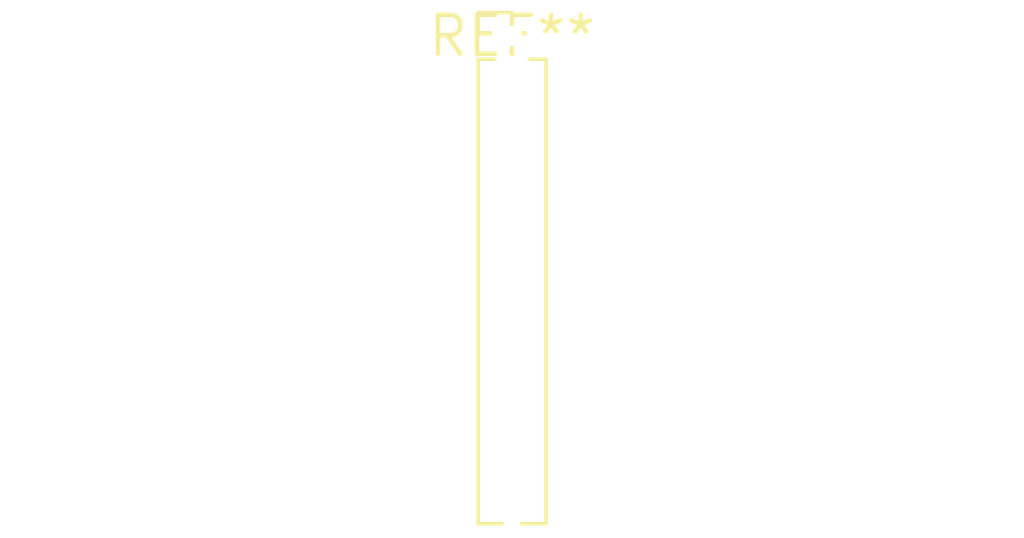
<source format=kicad_pcb>
(kicad_pcb (version 20240108) (generator pcbnew)
  (layers (0 "F.Cu" signal) (31 "B.Cu" signal) (34 "B.Paste" user) (35 "F.Paste" user) (36 "B.SilkS" user "B.Silkscreen") (37 "F.SilkS" user "F.Silkscreen") (38 "B.Mask" user) (39 "F.Mask" user) (44 "Edge.Cuts" user))
  (net 0 "")
  (footprint "PinHeader_1x13_P1.27mm_Vertical" (layer "F.Cu") (at 0 0)
    (property "Reference" "REF**")
    (property "Value" "PinHeader_1x13_P1.27mm_Vertical")
    (fp_line (start -1.11 -0.76) (end 0 -0.76) (layer "F.SilkS") (stroke (width 0.12)))
    (fp_line (start -1.11 0) (end -1.11 -0.76) (layer "F.SilkS") (stroke (width 0.12)))
    (fp_line (start -1.11 0.76) (end -1.11 15.935) (layer "F.SilkS") (stroke (width 0.12)))
    (fp_line (start -1.11 0.76) (end -0.563471 0.76) (layer "F.SilkS") (stroke (width 0.12)))
    (fp_line (start -1.11 15.935) (end -0.30753 15.935) (layer "F.SilkS") (stroke (width 0.12)))
    (fp_line (start 0.30753 15.935) (end 1.11 15.935) (layer "F.SilkS") (stroke (width 0.12)))
    (fp_line (start 0.563471 0.76) (end 1.11 0.76) (layer "F.SilkS") (stroke (width 0.12)))
    (fp_line (start 1.11 0.76) (end 1.11 15.935) (layer "F.SilkS") (stroke (width 0.12)))
    (pad "1" thru_hole rect (at 0 0) (size 1 1) (drill 0.65) (layers *.Cu *.Mask) (remove_unused_layers))
    (pad "2" thru_hole oval (at 0 1.27) (size 1 1) (drill 0.65) (layers *.Cu *.Mask) (remove_unused_layers))
    (pad "3" thru_hole oval (at 0 2.54) (size 1 1) (drill 0.65) (layers *.Cu *.Mask) (remove_unused_layers))
    (pad "4" thru_hole oval (at 0 3.81) (size 1 1) (drill 0.65) (layers *.Cu *.Mask) (remove_unused_layers))
    (pad "5" thru_hole oval (at 0 5.08) (size 1 1) (drill 0.65) (layers *.Cu *.Mask) (remove_unused_layers))
    (pad "6" thru_hole oval (at 0 6.35) (size 1 1) (drill 0.65) (layers *.Cu *.Mask) (remove_unused_layers))
    (pad "7" thru_hole oval (at 0 7.62) (size 1 1) (drill 0.65) (layers *.Cu *.Mask) (remove_unused_layers))
    (pad "8" thru_hole oval (at 0 8.89) (size 1 1) (drill 0.65) (layers *.Cu *.Mask) (remove_unused_layers))
    (pad "9" thru_hole oval (at 0 10.16) (size 1 1) (drill 0.65) (layers *.Cu *.Mask) (remove_unused_layers))
    (pad "10" thru_hole oval (at 0 11.43) (size 1 1) (drill 0.65) (layers *.Cu *.Mask) (remove_unused_layers))
    (pad "11" thru_hole oval (at 0 12.7) (size 1 1) (drill 0.65) (layers *.Cu *.Mask) (remove_unused_layers))
    (pad "12" thru_hole oval (at 0 13.97) (size 1 1) (drill 0.65) (layers *.Cu *.Mask) (remove_unused_layers))
    (pad "13" thru_hole oval (at 0 15.24) (size 1 1) (drill 0.65) (layers *.Cu *.Mask) (remove_unused_layers))
  )
)
</source>
